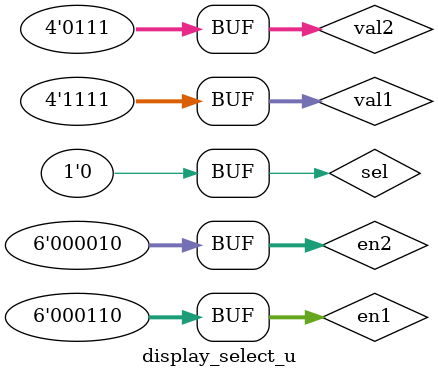
<source format=v>
`timescale 1ns / 1ps

// select==1: ouput = <1>
// select==2: ouput = <2>
module display_select(
input select,
input [5:0]en1,
input [3:0]val1,
input [5:0]en2,
input [3:0]val2,
output [5:0]en,
output [3:0]val
    );
assign en = (select)? en1 : en2;
assign val = (select)? val1 :val2;
endmodule


//////////////////
//  tb
/////////////////////
module display_select_u();
    reg sel;
    reg [5:0]en1;
    reg [3:0]val1;
    reg [5:0]en2;
    reg [3:0]val2;
    wire [5:0]en;
    wire [3:0]val;
    display_select u(sel,en1,val1,en2,val2,en,val);
    initial begin
        en1=6;
        en2 = 2;
        val1= 63;
        val2 = 7;
        sel=1;
        #20 sel =0;
    end

endmodule

</source>
